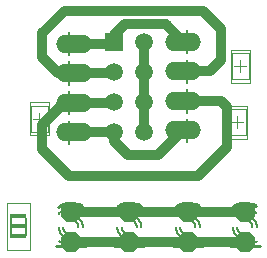
<source format=gtl>
%FSTAX24Y24*%
%MOIN*%
%SFA1B1*%

%IPPOS*%
%AMD21*
4,1,8,0.033000,-0.016500,0.033000,0.016500,0.016500,0.033000,-0.016500,0.033000,-0.033000,0.016500,-0.033000,-0.016500,-0.016500,-0.033000,0.016500,-0.033000,0.033000,-0.016500,0.0*
%
%ADD10C,0.032000*%
%ADD11R,0.047600X0.015900*%
%ADD12C,0.003900*%
%ADD13C,0.006000*%
%ADD14C,0.010000*%
%ADD15R,0.025000X0.024000*%
%ADD16R,0.056000X0.014000*%
%ADD17C,0.002000*%
%ADD18O,0.120000X0.060000*%
%ADD19R,0.059100X0.059100*%
%ADD20C,0.059100*%
G04~CAMADD=21~4~0.0~0.0~660.0~660.0~0.0~165.0~0~0.0~0.0~0.0~0.0~0~0.0~0.0~0.0~0.0~0~0.0~0.0~0.0~270.0~660.0~660.0*
%ADD21D21*%
%LNnode_simple-1*%
%LPD*%
G54D10*
X0026Y007306D02*
X003906D01*
X00395Y00735*
X0026Y006326D02*
X003926D01*
X00395Y00635*
X0026Y005334D02*
X003934D01*
X00395Y00535*
X0026Y00435D02*
X00395D01*
X00495Y00635D02*
Y00735D01*
Y00535D02*
Y00635D01*
Y00435D02*
Y00535D01*
X0025Y0017D02*
X00445D01*
X0064*
X0083*
X0064Y0007D02*
X0083D01*
X00445D02*
X0064D01*
X0025D02*
X00445D01*
X00395Y00735D02*
Y0076D01*
X0043Y00795*
X005666*
X006239Y007376*
X002074Y006326D02*
X0026D01*
X00155Y00685D02*
X002074Y006326D01*
X0023Y0084D02*
X0069D01*
X0075Y0078*
Y00675D02*
Y0078D01*
X007142Y006392D02*
X0075Y00675D01*
X006239Y006392D02*
X007142D01*
X00395Y00405D02*
Y00435D01*
Y00405D02*
X0044Y0036D01*
X005419*
X006239Y00442*
X002284Y005334D02*
X0026D01*
X00155Y0046D02*
X002284Y005334D01*
X00155Y0038D02*
Y0046D01*
Y0038D02*
X00245Y0029D01*
X00675*
X0077Y00385*
Y0052*
X0075Y0054D02*
X0077Y0052D01*
X006239Y0054D02*
X0075D01*
X00155Y00685D02*
Y00765D01*
X0023Y0084*
G54D11*
X000752Y001225D03*
G54D12*
X001165Y005233D02*
X001735D01*
X001165Y004367D02*
X001735D01*
X001165D02*
Y005233D01*
X001735Y004367D02*
Y005233D01*
X007765Y005128D02*
X008335D01*
X007765Y004262D02*
X008335D01*
X007765D02*
Y005128D01*
X008335Y004262D02*
Y005128D01*
X007865Y006988D02*
X008435D01*
X007865Y006122D02*
X008435D01*
X007865D02*
Y006988D01*
X008435Y006122D02*
Y006988D01*
X001135Y005351D02*
X001765D01*
X001135Y004249D02*
X001765D01*
X001135D02*
Y005351D01*
X001765Y004249D02*
Y005351D01*
X00145Y004603D02*
Y004997D01*
X001253Y0048D02*
X001647D01*
X007735Y005246D02*
X008365D01*
X007735Y004144D02*
X008365D01*
X007735D02*
Y005246D01*
X008365Y004144D02*
Y005246D01*
X00805Y004498D02*
Y004892D01*
X007853Y004695D02*
X008247D01*
X007835Y007106D02*
X008465D01*
X007835Y006004D02*
X008465D01*
X007835D02*
Y007106D01*
X008465Y006004D02*
Y007106D01*
X00815Y006358D02*
Y006752D01*
X007953Y006555D02*
X008347D01*
G54D13*
X00289Y001661D02*
D01*
X002856Y001686*
X00282Y00171*
X002784Y001731*
X002745Y001749*
X002706Y001765*
X002665Y001777*
X002624Y001787*
X002582Y001794*
X00254Y001798*
X0025Y0018*
D01*
X002458Y001798*
X002416Y001794*
X002375Y001786*
X002334Y001776*
X002294Y001763*
X002255Y001748*
X002218Y001729*
X002182Y001708*
X002147Y001685*
X002114Y001659*
X002101Y001648*
X0025Y0006D02*
D01*
X002542Y0006*
X002585Y000604*
X002627Y000611*
X002668Y00062*
X002709Y000633*
X002749Y000648*
X002788Y000666*
X002825Y000687*
X002861Y00071*
X002895Y000735*
X0029Y00074*
X002116Y00073D02*
D01*
X002149Y000705*
X002184Y000682*
X00222Y000662*
X002258Y000645*
X002297Y00063*
X002337Y000618*
X002377Y000609*
X002418Y000603*
X00246Y0006*
X0025Y0006*
X00275Y0012D02*
D01*
X002749Y001217*
X002747Y001234*
X002744Y001251*
X00274Y001268*
X002734Y001285*
X002728Y001301*
X00272Y001317*
X002712Y001332*
X002702Y001346*
X002691Y00136*
X002679Y001373*
X002667Y001385*
X002653Y001397*
X002639Y001407*
X002625Y001416*
X002609Y001424*
X002593Y001431*
X002577Y001437*
X00256Y001442*
X002543Y001446*
X002526Y001448*
X002508Y001449*
X0025Y00145*
X0029Y0012D02*
D01*
X002899Y001227*
X002896Y001255*
X002891Y001283*
X002884Y00131*
X002875Y001336*
X002865Y001362*
X002853Y001387*
X002839Y001411*
X002823Y001435*
X002806Y001457*
X002787Y001477*
X002767Y001497*
X002746Y001515*
X002723Y001531*
X0027Y001546*
X002675Y001559*
X002649Y00157*
X002623Y00158*
X002596Y001588*
X002569Y001593*
X002541Y001597*
X002513Y001599*
X0025Y0016*
X00225Y0012D02*
D01*
X00225Y001182*
X002252Y001165*
X002255Y001148*
X002259Y001131*
X002265Y001114*
X002271Y001098*
X002279Y001082*
X002287Y001067*
X002297Y001053*
X002308Y001039*
X00232Y001026*
X002332Y001014*
X002346Y001002*
X00236Y000992*
X002375Y000983*
X00239Y000975*
X002406Y000968*
X002422Y000962*
X002439Y000957*
X002456Y000953*
X002473Y000951*
X002491Y00095*
X0025Y00095*
X0021Y0012D02*
D01*
X0021Y001172*
X002103Y001144*
X002108Y001116*
X002115Y001089*
X002124Y001063*
X002134Y001037*
X002146Y001012*
X00216Y000988*
X002176Y000964*
X002193Y000942*
X002212Y000922*
X002232Y000902*
X002253Y000884*
X002276Y000868*
X0023Y000853*
X002324Y00084*
X00235Y000829*
X002376Y000819*
X002403Y000811*
X00243Y000806*
X002458Y000802*
X002486Y0008*
X0025Y0008*
X00484Y001661D02*
D01*
X004806Y001686*
X00477Y00171*
X004734Y001731*
X004695Y001749*
X004656Y001765*
X004615Y001777*
X004574Y001787*
X004532Y001794*
X00449Y001798*
X00445Y0018*
D01*
X004408Y001798*
X004366Y001794*
X004325Y001786*
X004284Y001776*
X004244Y001763*
X004205Y001748*
X004168Y001729*
X004132Y001708*
X004097Y001685*
X004064Y001659*
X004051Y001648*
X00445Y0006D02*
D01*
X004492Y0006*
X004535Y000604*
X004577Y000611*
X004618Y00062*
X004659Y000633*
X004699Y000648*
X004738Y000666*
X004775Y000687*
X004811Y00071*
X004845Y000735*
X00485Y00074*
X004066Y00073D02*
D01*
X004099Y000705*
X004134Y000682*
X00417Y000662*
X004208Y000645*
X004247Y00063*
X004287Y000618*
X004327Y000609*
X004368Y000603*
X00441Y0006*
X00445Y0006*
X0047Y0012D02*
D01*
X004699Y001217*
X004697Y001234*
X004694Y001251*
X00469Y001268*
X004684Y001285*
X004678Y001301*
X00467Y001317*
X004662Y001332*
X004652Y001346*
X004641Y00136*
X004629Y001373*
X004617Y001385*
X004603Y001397*
X004589Y001407*
X004575Y001416*
X004559Y001424*
X004543Y001431*
X004527Y001437*
X00451Y001442*
X004493Y001446*
X004476Y001448*
X004458Y001449*
X00445Y00145*
X00485Y0012D02*
D01*
X004849Y001227*
X004846Y001255*
X004841Y001283*
X004834Y00131*
X004825Y001336*
X004815Y001362*
X004803Y001387*
X004789Y001411*
X004773Y001435*
X004756Y001457*
X004737Y001477*
X004717Y001497*
X004696Y001515*
X004673Y001531*
X00465Y001546*
X004625Y001559*
X004599Y00157*
X004573Y00158*
X004546Y001588*
X004519Y001593*
X004491Y001597*
X004463Y001599*
X00445Y0016*
X0042Y0012D02*
D01*
X0042Y001182*
X004202Y001165*
X004205Y001148*
X004209Y001131*
X004215Y001114*
X004221Y001098*
X004229Y001082*
X004237Y001067*
X004247Y001053*
X004258Y001039*
X00427Y001026*
X004282Y001014*
X004296Y001002*
X00431Y000992*
X004325Y000983*
X00434Y000975*
X004356Y000968*
X004372Y000962*
X004389Y000957*
X004406Y000953*
X004423Y000951*
X004441Y00095*
X00445Y00095*
X00405Y0012D02*
D01*
X00405Y001172*
X004053Y001144*
X004058Y001116*
X004065Y001089*
X004074Y001063*
X004084Y001037*
X004096Y001012*
X00411Y000988*
X004126Y000964*
X004143Y000942*
X004162Y000922*
X004182Y000902*
X004203Y000884*
X004226Y000868*
X00425Y000853*
X004274Y00084*
X0043Y000829*
X004326Y000819*
X004353Y000811*
X00438Y000806*
X004408Y000802*
X004436Y0008*
X00445Y0008*
X00679Y001661D02*
D01*
X006756Y001686*
X00672Y00171*
X006684Y001731*
X006645Y001749*
X006606Y001765*
X006565Y001777*
X006524Y001787*
X006482Y001794*
X00644Y001798*
X0064Y0018*
D01*
X006358Y001798*
X006316Y001794*
X006275Y001786*
X006234Y001776*
X006194Y001763*
X006155Y001748*
X006118Y001729*
X006082Y001708*
X006047Y001685*
X006014Y001659*
X006001Y001648*
X0064Y0006D02*
D01*
X006442Y0006*
X006485Y000604*
X006527Y000611*
X006568Y00062*
X006609Y000633*
X006649Y000648*
X006688Y000666*
X006725Y000687*
X006761Y00071*
X006795Y000735*
X0068Y00074*
X006016Y00073D02*
D01*
X006049Y000705*
X006084Y000682*
X00612Y000662*
X006158Y000645*
X006197Y00063*
X006237Y000618*
X006277Y000609*
X006318Y000603*
X00636Y0006*
X0064Y0006*
X00665Y0012D02*
D01*
X006649Y001217*
X006647Y001234*
X006644Y001251*
X00664Y001268*
X006634Y001285*
X006628Y001301*
X00662Y001317*
X006612Y001332*
X006602Y001346*
X006591Y00136*
X006579Y001373*
X006567Y001385*
X006553Y001397*
X006539Y001407*
X006525Y001416*
X006509Y001424*
X006493Y001431*
X006477Y001437*
X00646Y001442*
X006443Y001446*
X006426Y001448*
X006408Y001449*
X0064Y00145*
X0068Y0012D02*
D01*
X006799Y001227*
X006796Y001255*
X006791Y001283*
X006784Y00131*
X006775Y001336*
X006765Y001362*
X006753Y001387*
X006739Y001411*
X006723Y001435*
X006706Y001457*
X006687Y001477*
X006667Y001497*
X006646Y001515*
X006623Y001531*
X0066Y001546*
X006575Y001559*
X006549Y00157*
X006523Y00158*
X006496Y001588*
X006469Y001593*
X006441Y001597*
X006413Y001599*
X0064Y0016*
X00615Y0012D02*
D01*
X00615Y001182*
X006152Y001165*
X006155Y001148*
X006159Y001131*
X006165Y001114*
X006171Y001098*
X006179Y001082*
X006187Y001067*
X006197Y001053*
X006208Y001039*
X00622Y001026*
X006232Y001014*
X006246Y001002*
X00626Y000992*
X006275Y000983*
X00629Y000975*
X006306Y000968*
X006322Y000962*
X006339Y000957*
X006356Y000953*
X006373Y000951*
X006391Y00095*
X0064Y00095*
X006Y0012D02*
D01*
X006Y001172*
X006003Y001144*
X006008Y001116*
X006015Y001089*
X006024Y001063*
X006034Y001037*
X006046Y001012*
X00606Y000988*
X006076Y000964*
X006093Y000942*
X006112Y000922*
X006132Y000902*
X006153Y000884*
X006176Y000868*
X0062Y000853*
X006224Y00084*
X00625Y000829*
X006276Y000819*
X006303Y000811*
X00633Y000806*
X006358Y000802*
X006386Y0008*
X0064Y0008*
X00869Y001661D02*
D01*
X008656Y001686*
X00862Y00171*
X008584Y001731*
X008545Y001749*
X008506Y001765*
X008465Y001777*
X008424Y001787*
X008382Y001794*
X00834Y001798*
X0083Y0018*
D01*
X008258Y001798*
X008216Y001794*
X008175Y001786*
X008134Y001776*
X008094Y001763*
X008055Y001748*
X008018Y001729*
X007982Y001708*
X007947Y001685*
X007914Y001659*
X007901Y001648*
X0083Y0006D02*
D01*
X008342Y0006*
X008385Y000604*
X008427Y000611*
X008468Y00062*
X008509Y000633*
X008549Y000648*
X008588Y000666*
X008625Y000687*
X008661Y00071*
X008695Y000735*
X0087Y00074*
X007916Y00073D02*
D01*
X007949Y000705*
X007984Y000682*
X00802Y000662*
X008058Y000645*
X008097Y00063*
X008137Y000618*
X008177Y000609*
X008218Y000603*
X00826Y0006*
X0083Y0006*
X00855Y0012D02*
D01*
X008549Y001217*
X008547Y001234*
X008544Y001251*
X00854Y001268*
X008534Y001285*
X008528Y001301*
X00852Y001317*
X008512Y001332*
X008502Y001346*
X008491Y00136*
X008479Y001373*
X008467Y001385*
X008453Y001397*
X008439Y001407*
X008425Y001416*
X008409Y001424*
X008393Y001431*
X008377Y001437*
X00836Y001442*
X008343Y001446*
X008326Y001448*
X008308Y001449*
X0083Y00145*
X0087Y0012D02*
D01*
X008699Y001227*
X008696Y001255*
X008691Y001283*
X008684Y00131*
X008675Y001336*
X008665Y001362*
X008653Y001387*
X008639Y001411*
X008623Y001435*
X008606Y001457*
X008587Y001477*
X008567Y001497*
X008546Y001515*
X008523Y001531*
X0085Y001546*
X008475Y001559*
X008449Y00157*
X008423Y00158*
X008396Y001588*
X008369Y001593*
X008341Y001597*
X008313Y001599*
X0083Y0016*
X00805Y0012D02*
D01*
X00805Y001182*
X008052Y001165*
X008055Y001148*
X008059Y001131*
X008065Y001114*
X008071Y001098*
X008079Y001082*
X008087Y001067*
X008097Y001053*
X008108Y001039*
X00812Y001026*
X008132Y001014*
X008146Y001002*
X00816Y000992*
X008175Y000983*
X00819Y000975*
X008206Y000968*
X008222Y000962*
X008239Y000957*
X008256Y000953*
X008273Y000951*
X008291Y00095*
X0083Y00095*
X0079Y0012D02*
D01*
X0079Y001172*
X007903Y001144*
X007908Y001116*
X007915Y001089*
X007924Y001063*
X007934Y001037*
X007946Y001012*
X00796Y000988*
X007976Y000964*
X007993Y000942*
X008012Y000922*
X008032Y000902*
X008053Y000884*
X008076Y000868*
X0081Y000853*
X008124Y00084*
X00815Y000829*
X008176Y000819*
X008203Y000811*
X00823Y000806*
X008258Y000802*
X008286Y0008*
X0083Y0008*
X006389Y00403D02*
Y00481D01*
Y00501D02*
Y00579D01*
Y005994D02*
Y006774D01*
Y006983D02*
Y007764D01*
X00245Y006916D02*
Y007696D01*
Y005936D02*
Y006716D01*
Y004953D02*
Y005733D01*
Y003963D02*
Y004743D01*
X001Y000944D02*
Y001504D01*
X0005Y000944D02*
Y001504D01*
G54D14*
X00288Y001904D02*
D01*
X002829Y001928*
X002778Y00195*
X002724Y001967*
X00267Y001981*
X002615Y001991*
X002559Y001997*
X002504Y001999*
X0025Y002*
D01*
X002444Y001998*
X002388Y001992*
X002333Y001982*
X002279Y001969*
X002226Y001951*
X002174Y00193*
X002124Y001906*
X002081Y001881*
X00483Y001904D02*
D01*
X004779Y001928*
X004728Y00195*
X004674Y001967*
X00462Y001981*
X004565Y001991*
X004509Y001997*
X004454Y001999*
X00445Y002*
D01*
X004394Y001998*
X004338Y001992*
X004283Y001982*
X004229Y001969*
X004176Y001951*
X004124Y00193*
X004074Y001906*
X004031Y001881*
X00678Y001904D02*
D01*
X006729Y001928*
X006678Y00195*
X006624Y001967*
X00657Y001981*
X006515Y001991*
X006459Y001997*
X006404Y001999*
X0064Y002*
D01*
X006344Y001998*
X006288Y001992*
X006233Y001982*
X006179Y001969*
X006126Y001951*
X006074Y00193*
X006024Y001906*
X005981Y001881*
X00868Y001904D02*
D01*
X008629Y001928*
X008578Y00195*
X008524Y001967*
X00847Y001981*
X008415Y001991*
X008359Y001997*
X008304Y001999*
X0083Y002*
D01*
X008244Y001998*
X008188Y001992*
X008133Y001982*
X008079Y001969*
X008026Y001951*
X007974Y00193*
X007924Y001906*
X007881Y001881*
X002Y00058D02*
X003D01*
X00395D02*
X00495D01*
X0059D02*
X0069D01*
X0078D02*
X0088D01*
G54D15*
X006264Y00442D03*
Y0054D03*
Y006394D03*
Y007374D03*
X002575Y007306D03*
Y006326D03*
Y005333D03*
Y004353D03*
G54D16*
X00075Y000884D03*
Y001564D03*
G54D17*
X00114Y000447D02*
Y002004D01*
X000363Y000447D02*
Y002004D01*
Y000447D02*
X00114D01*
X000363Y002004D02*
X00114D01*
G54D18*
X006239Y006392D03*
Y007376D03*
Y0054D03*
Y00442D03*
X0026Y005334D03*
Y00435D03*
Y006326D03*
Y007306D03*
G54D19*
X00395Y00735D03*
G54D20*
X00395Y00635D03*
Y00535D03*
Y00435D03*
X00495Y00735D03*
Y00635D03*
Y00535D03*
Y00435D03*
G54D21*
X0025Y0017D03*
Y0007D03*
X00445Y0017D03*
Y0007D03*
X0064Y0017D03*
Y0007D03*
X0083Y0017D03*
Y0007D03*
M02*
</source>
